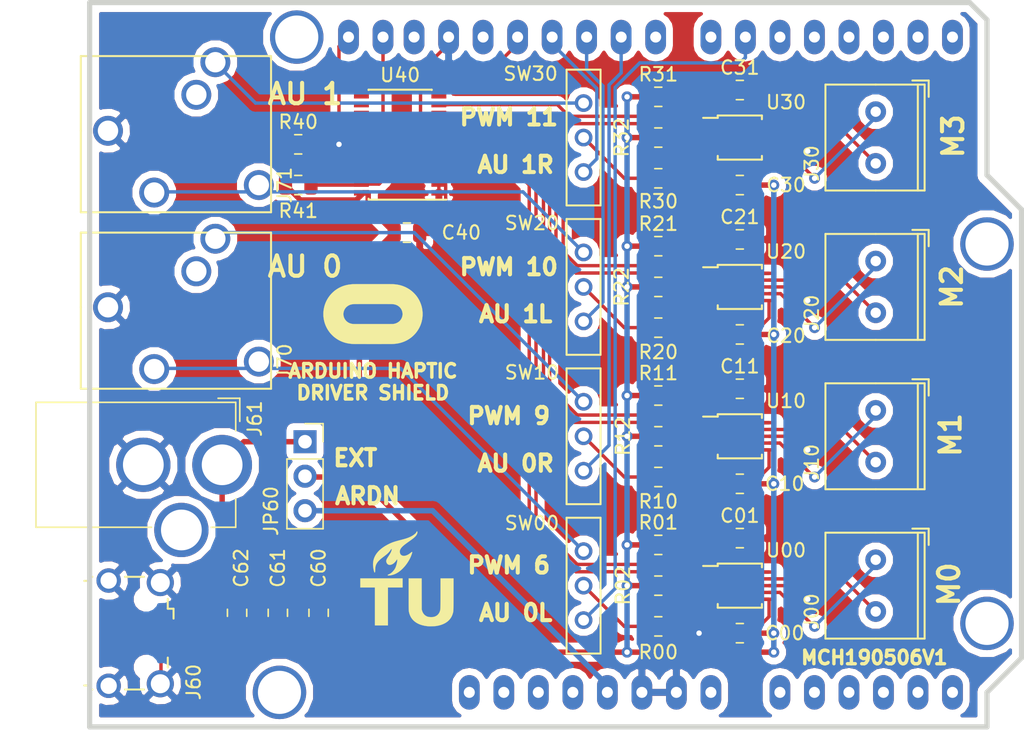
<source format=kicad_pcb>
(kicad_pcb (version 20171130) (host pcbnew "(5.0.1-3-g963ef8bb5)")
  (layers (0 F.Cu signal) (31 B.Cu signal) (34 B.Paste user) (35 F.Paste user) (36 B.SilkS user) (37 F.SilkS user) (38 B.Mask user) (39 F.Mask user) (44 Edge.Cuts user))
  (net 0 "")
  (net 1 VDD)
  (net 2 GND)
  (net 3 "Net-(C01-Pad1)")
  (net 4 "Net-(C11-Pad1)")
  (net 5 "Net-(C21-Pad1)")
  (net 6 "Net-(C31-Pad1)")
  (net 7 "Net-(C60-Pad1)")
  (net 8 "Net-(J00-Pad1)")
  (net 9 "Net-(J00-Pad2)")
  (net 10 "Net-(J10-Pad2)")
  (net 11 "Net-(J10-Pad1)")
  (net 12 "Net-(J20-Pad2)")
  (net 13 "Net-(J20-Pad1)")
  (net 14 "Net-(J30-Pad1)")
  (net 15 "Net-(J30-Pad2)")
  (net 16 "Net-(J60-Pad2)")
  (net 17 "Net-(J60-Pad3)")
  (net 18 "Net-(J60-Pad4)")
  (net 19 AUDIO0-R)
  (net 20 AUDIO0-L)
  (net 21 AUDIO1-L)
  (net 22 AUDIO1-R)
  (net 23 5V)
  (net 24 "Net-(R00-Pad1)")
  (net 25 "Net-(R00-Pad2)")
  (net 26 SC0)
  (net 27 SD0)
  (net 28 "Net-(R10-Pad1)")
  (net 29 "Net-(R10-Pad2)")
  (net 30 SC1)
  (net 31 SD2)
  (net 32 "Net-(R20-Pad2)")
  (net 33 "Net-(R20-Pad1)")
  (net 34 SC2)
  (net 35 "Net-(R30-Pad2)")
  (net 36 "Net-(R30-Pad1)")
  (net 37 SC3)
  (net 38 SD3)
  (net 39 SCL)
  (net 40 SDA)
  (net 41 "Net-(SHIELD00-PadAD5)")
  (net 42 "Net-(SHIELD00-PadAD4)")
  (net 43 "Net-(SHIELD00-PadAD3)")
  (net 44 "Net-(SHIELD00-PadAD0)")
  (net 45 "Net-(SHIELD00-PadAD1)")
  (net 46 "Net-(SHIELD00-PadAD2)")
  (net 47 "Net-(SHIELD00-PadV_IN)")
  (net 48 "Net-(SHIELD00-Pad3V3)")
  (net 49 "Net-(SHIELD00-PadRST)")
  (net 50 "Net-(SHIELD00-Pad0)")
  (net 51 "Net-(SHIELD00-Pad1)")
  (net 52 "Net-(SHIELD00-Pad3)")
  (net 53 "Net-(SHIELD00-Pad4)")
  (net 54 "Net-(SHIELD00-Pad5)")
  (net 55 IO6)
  (net 56 "Net-(SHIELD00-Pad7)")
  (net 57 "Net-(SHIELD00-Pad8)")
  (net 58 IO9)
  (net 59 IO10)
  (net 60 IO11)
  (net 61 "Net-(SHIELD00-Pad13)")
  (net 62 "Net-(SHIELD00-PadAREF)")
  (net 63 "Net-(SHIELD00-PadIOREF)")
  (net 64 "Net-(SHIELD00-PadNC)")
  (net 65 "Net-(U40-Pad13)")
  (net 66 "Net-(U40-Pad14)")
  (net 67 "Net-(U40-Pad15)")
  (net 68 "Net-(U40-Pad16)")
  (net 69 "Net-(U40-Pad17)")
  (net 70 "Net-(U40-Pad18)")
  (net 71 "Net-(U40-Pad19)")
  (net 72 "Net-(U40-Pad20)")
  (net 73 SD1)
  (net 74 IO12)
  (net 75 "Net-(SHIELD00-Pad2)")
  (module "_connectors:Lumberg 1503 17" (layer F.Cu) (at 88.5 96 90)
    (fp_text reference J71 (at -4 15 90) (layer F.SilkS))
    (fp_text value AudioJack3_Ground)
    (pad R_S thru_hole circle (at 2.65 8.5 90) (size 2.2 2.2) (drill 1.5) (layers *.Cu *.Mask))
    (pad T_S thru_hole circle (at -4 13.1 90) (size 2.2 2.2) (drill 1.5) (layers *.Cu *.Mask))
    (pad R thru_hole circle (at 5.05 9.9 90) (size 2.2 2.2) (drill 1.5) (layers *.Cu *.Mask) (net 22 AUDIO1-R))
    (pad T thru_hole circle (at -4.55 5.4 90) (size 2.2 2.2) (drill 1.5) (layers *.Cu *.Mask) (net 21 AUDIO1-L))
    (pad S thru_hole circle (at 0 2 90) (size 2.2 2.2) (drill 1.5) (layers *.Cu *.Mask) (net 2 GND))
  )
  (module "_connectors:Lumberg 1503 17" (layer F.Cu) (at 88.5 109 90)
    (fp_text reference J70 (at -4 15 90) (layer F.SilkS))
    (fp_text value AudioJack3_Ground)
    (pad R_S thru_hole circle (at 2.65 8.5 90) (size 2.2 2.2) (drill 1.5) (layers *.Cu *.Mask))
    (pad T_S thru_hole circle (at -4 13.1 90) (size 2.2 2.2) (drill 1.5) (layers *.Cu *.Mask))
    (pad R thru_hole circle (at 5.05 9.9 90) (size 2.2 2.2) (drill 1.5) (layers *.Cu *.Mask) (net 19 AUDIO0-R))
    (pad T thru_hole circle (at -4.55 5.4 90) (size 2.2 2.2) (drill 1.5) (layers *.Cu *.Mask) (net 20 AUDIO0-L))
    (pad S thru_hole circle (at 0 2 90) (size 2.2 2.2) (drill 1.5) (layers *.Cu *.Mask) (net 2 GND))
  )
  (module _arduino_shield:ARDUINO_SHIELD (layer F.Cu) (at 89.15 139.9)
    (fp_text reference SHIELD00 hide)
    (fp_text value ARDUINO_SHIELD hide)
    (fp_line (start 66.04 -2.54) (end 66.04 0) (layer Edge.Cuts) (width 0.381))
    (fp_line (start 68.58 -5.08) (end 66.04 -2.54) (layer Edge.Cuts) (width 0.381))
    (fp_line (start 68.58 -38.1) (end 68.58 -5.08) (layer Edge.Cuts) (width 0.381))
    (fp_line (start 66.04 -40.64) (end 68.58 -38.1) (layer Edge.Cuts) (width 0.381))
    (fp_line (start 0 0) (end 0 -53.34) (layer Edge.Cuts) (width 0.381))
    (fp_line (start 66.04 0) (end 0 0) (layer Edge.Cuts) (width 0.381))
    (fp_line (start 64.77 -53.34) (end 0 -53.34) (layer Edge.Cuts) (width 0.381))
    (fp_line (start 66.04 -52.07) (end 64.77 -53.34) (layer Edge.Cuts) (width 0.381))
    (fp_line (start 66.04 -40.64) (end 66.04 -52.07) (layer Edge.Cuts) (width 0.381))
    (pad NC thru_hole oval (at 27.94 -2.54 90) (size 2.54 1.524) (drill 0.8128) (layers *.Cu *.Mask) (net 64 "Net-(SHIELD00-PadNC)"))
    (pad IOREF thru_hole oval (at 30.48 -2.54 90) (size 2.54 1.524) (drill 0.8128) (layers *.Cu *.Mask) (net 63 "Net-(SHIELD00-PadIOREF)"))
    (pad SCL thru_hole oval (at 19.05 -50.8 90) (size 2.54 1.524) (drill 0.8128) (layers *.Cu *.Mask) (net 39 SCL))
    (pad SDA thru_hole oval (at 21.59 -50.8 90) (size 2.54 1.524) (drill 0.8128) (layers *.Cu *.Mask) (net 40 SDA))
    (pad "" thru_hole circle (at 13.97 -2.54 90) (size 3.937 3.937) (drill 3.175) (layers *.Cu *.Mask))
    (pad "" thru_hole circle (at 15.24 -50.8 90) (size 3.937 3.937) (drill 3.175) (layers *.Cu *.Mask))
    (pad "" thru_hole circle (at 66.04 -35.56 90) (size 3.937 3.937) (drill 3.175) (layers *.Cu *.Mask))
    (pad "" thru_hole circle (at 66.04 -7.62 90) (size 3.937 3.937) (drill 3.175) (layers *.Cu *.Mask))
    (pad 5V thru_hole oval (at 38.1 -2.54 90) (size 2.54 1.524) (drill 0.8128) (layers *.Cu *.Mask) (net 23 5V))
    (pad AREF thru_hole oval (at 23.876 -50.8 90) (size 2.54 1.524) (drill 0.8128) (layers *.Cu *.Mask) (net 62 "Net-(SHIELD00-PadAREF)"))
    (pad GND3 thru_hole oval (at 26.416 -50.8 90) (size 2.54 1.524) (drill 0.8128) (layers *.Cu *.Mask) (net 2 GND))
    (pad 13 thru_hole oval (at 28.956 -50.8 90) (size 2.54 1.524) (drill 0.8128) (layers *.Cu *.Mask) (net 61 "Net-(SHIELD00-Pad13)"))
    (pad 12 thru_hole oval (at 31.496 -50.8 90) (size 2.54 1.524) (drill 0.8128) (layers *.Cu *.Mask) (net 74 IO12))
    (pad 11 thru_hole oval (at 34.036 -50.8 90) (size 2.54 1.524) (drill 0.8128) (layers *.Cu *.Mask) (net 60 IO11))
    (pad 10 thru_hole oval (at 36.576 -50.8 90) (size 2.54 1.524) (drill 0.8128) (layers *.Cu *.Mask) (net 59 IO10))
    (pad 9 thru_hole oval (at 39.116 -50.8 90) (size 2.54 1.524) (drill 0.8128) (layers *.Cu *.Mask) (net 58 IO9))
    (pad ee thru_hole oval (at 41.656 -50.8 90) (size 2.54 1.524) (drill 0.8128) (layers *.Cu *.Mask) (net 57 "Net-(SHIELD00-Pad8)"))
    (pad 7 thru_hole oval (at 45.72 -50.8 90) (size 2.54 1.524) (drill 0.8128) (layers *.Cu *.Mask) (net 56 "Net-(SHIELD00-Pad7)"))
    (pad 6 thru_hole oval (at 48.26 -50.8 90) (size 2.54 1.524) (drill 0.8128) (layers *.Cu *.Mask) (net 55 IO6))
    (pad 5 thru_hole oval (at 50.8 -50.8 90) (size 2.54 1.524) (drill 0.8128) (layers *.Cu *.Mask) (net 54 "Net-(SHIELD00-Pad5)"))
    (pad 4 thru_hole oval (at 53.34 -50.8 90) (size 2.54 1.524) (drill 0.8128) (layers *.Cu *.Mask) (net 53 "Net-(SHIELD00-Pad4)"))
    (pad 3 thru_hole oval (at 55.88 -50.8 90) (size 2.54 1.524) (drill 0.8128) (layers *.Cu *.Mask) (net 52 "Net-(SHIELD00-Pad3)"))
    (pad 2 thru_hole oval (at 58.42 -50.8 90) (size 2.54 1.524) (drill 0.8128) (layers *.Cu *.Mask) (net 75 "Net-(SHIELD00-Pad2)"))
    (pad 1 thru_hole oval (at 60.96 -50.8 90) (size 2.54 1.524) (drill 0.8128) (layers *.Cu *.Mask) (net 51 "Net-(SHIELD00-Pad1)"))
    (pad 0 thru_hole oval (at 63.5 -50.8 90) (size 2.54 1.524) (drill 0.8128) (layers *.Cu *.Mask) (net 50 "Net-(SHIELD00-Pad0)"))
    (pad RST thru_hole oval (at 33.02 -2.54 90) (size 2.54 1.524) (drill 0.8128) (layers *.Cu *.Mask) (net 49 "Net-(SHIELD00-PadRST)"))
    (pad 3V3 thru_hole oval (at 35.56 -2.54 90) (size 2.54 1.524) (drill 0.8128) (layers *.Cu *.Mask) (net 48 "Net-(SHIELD00-Pad3V3)"))
    (pad GND1 thru_hole oval (at 40.64 -2.54 90) (size 2.54 1.524) (drill 0.8128) (layers *.Cu *.Mask) (net 2 GND))
    (pad GND2 thru_hole oval (at 43.18 -2.54 90) (size 2.54 1.524) (drill 0.8128) (layers *.Cu *.Mask) (net 2 GND))
    (pad V_IN thru_hole oval (at 45.72 -2.54 90) (size 2.54 1.524) (drill 0.8128) (layers *.Cu *.Mask) (net 47 "Net-(SHIELD00-PadV_IN)"))
    (pad AD2 thru_hole oval (at 55.88 -2.54 90) (size 2.54 1.524) (drill 0.8128) (layers *.Cu *.Mask) (net 46 "Net-(SHIELD00-PadAD2)"))
    (pad AD1 thru_hole oval (at 53.34 -2.54 90) (size 2.54 1.524) (drill 0.8128) (layers *.Cu *.Mask) (net 45 "Net-(SHIELD00-PadAD1)"))
    (pad AD0 thru_hole oval (at 50.8 -2.54 90) (size 2.54 1.524) (drill 0.8128) (layers *.Cu *.Mask) (net 44 "Net-(SHIELD00-PadAD0)"))
    (pad AD3 thru_hole oval (at 58.42 -2.54 90) (size 2.54 1.524) (drill 0.8128) (layers *.Cu *.Mask) (net 43 "Net-(SHIELD00-PadAD3)"))
    (pad AD4 thru_hole oval (at 60.96 -2.54 90) (size 2.54 1.524) (drill 0.8128) (layers *.Cu *.Mask) (net 42 "Net-(SHIELD00-PadAD4)"))
    (pad AD5 thru_hole oval (at 63.5 -2.54 90) (size 2.54 1.524) (drill 0.8128) (layers *.Cu *.Mask) (net 41 "Net-(SHIELD00-PadAD5)"))
  )
  (module Capacitor_SMD:C_0805_2012Metric (layer F.Cu) (at 137 133)
    (fp_text reference C00 (at 3.3 0) (layer F.SilkS))
    (fp_text value 1uF)
    (pad 2 smd roundrect (at 0.9375 0) (size 0.975 1.4) (layers F.Cu F.Paste F.Mask) (net 1 VDD))
    (pad 1 smd roundrect (at -0.9375 0) (size 0.975 1.4) (layers F.Cu F.Paste F.Mask) (net 2 GND))
  )
  (module Capacitor_SMD:C_0805_2012Metric (layer F.Cu) (at 137 126)
    (fp_text reference C01 (at 0 -1.65) (layer F.SilkS))
    (fp_text value 1uF)
    (pad 1 smd roundrect (at -0.9375 0) (size 0.975 1.4) (layers F.Cu F.Paste F.Mask) (net 3 "Net-(C01-Pad1)"))
    (pad 2 smd roundrect (at 0.9375 0) (size 0.975 1.4) (layers F.Cu F.Paste F.Mask) (net 2 GND))
  )
  (module Capacitor_SMD:C_0805_2012Metric (layer F.Cu) (at 137 122)
    (fp_text reference C10 (at 3.3 0) (layer F.SilkS))
    (fp_text value 1uF)
    (pad 1 smd roundrect (at -0.9375 0) (size 0.975 1.4) (layers F.Cu F.Paste F.Mask) (net 2 GND))
    (pad 2 smd roundrect (at 0.9375 0) (size 0.975 1.4) (layers F.Cu F.Paste F.Mask) (net 1 VDD))
  )
  (module Capacitor_SMD:C_0805_2012Metric (layer F.Cu) (at 137 115)
    (fp_text reference C11 (at 0 -1.65) (layer F.SilkS))
    (fp_text value 1uF)
    (pad 1 smd roundrect (at -0.9375 0) (size 0.975 1.4) (layers F.Cu F.Paste F.Mask) (net 4 "Net-(C11-Pad1)"))
    (pad 2 smd roundrect (at 0.9375 0) (size 0.975 1.4) (layers F.Cu F.Paste F.Mask) (net 2 GND))
  )
  (module Capacitor_SMD:C_0805_2012Metric (layer F.Cu) (at 137 111)
    (fp_text reference C20 (at 3.4 0.1) (layer F.SilkS))
    (fp_text value 1uF)
    (pad 1 smd roundrect (at -0.9375 0) (size 0.975 1.4) (layers F.Cu F.Paste F.Mask) (net 2 GND))
    (pad 2 smd roundrect (at 0.9375 0) (size 0.975 1.4) (layers F.Cu F.Paste F.Mask) (net 1 VDD))
  )
  (module Capacitor_SMD:C_0805_2012Metric (layer F.Cu) (at 137 104)
    (fp_text reference C21 (at 0 -1.65) (layer F.SilkS))
    (fp_text value 1uF)
    (pad 1 smd roundrect (at -0.9375 0) (size 0.975 1.4) (layers F.Cu F.Paste F.Mask) (net 5 "Net-(C21-Pad1)"))
    (pad 2 smd roundrect (at 0.9375 0) (size 0.975 1.4) (layers F.Cu F.Paste F.Mask) (net 2 GND))
  )
  (module Capacitor_SMD:C_0805_2012Metric (layer F.Cu) (at 137 100)
    (fp_text reference C30 (at 3.4 0) (layer F.SilkS))
    (fp_text value 1uF)
    (pad 2 smd roundrect (at 0.9375 0) (size 0.975 1.4) (layers F.Cu F.Paste F.Mask) (net 1 VDD))
    (pad 1 smd roundrect (at -0.9375 0) (size 0.975 1.4) (layers F.Cu F.Paste F.Mask) (net 2 GND))
  )
  (module Capacitor_SMD:C_0805_2012Metric (layer F.Cu) (at 137 93)
    (fp_text reference C31 (at 0 -1.65) (layer F.SilkS))
    (fp_text value 1uF)
    (pad 2 smd roundrect (at 0.9375 0) (size 0.975 1.4) (layers F.Cu F.Paste F.Mask) (net 2 GND))
    (pad 1 smd roundrect (at -0.9375 0) (size 0.975 1.4) (layers F.Cu F.Paste F.Mask) (net 6 "Net-(C31-Pad1)"))
  )
  (module Capacitor_SMD:C_0805_2012Metric (layer F.Cu) (at 106 131.5 90)
    (fp_text reference C60 (at 3.3 0 90) (layer F.SilkS))
    (fp_text value 100nF)
    (pad 2 smd roundrect (at 0.9375 0 90) (size 0.975 1.4) (layers F.Cu F.Paste F.Mask) (net 2 GND))
    (pad 1 smd roundrect (at -0.9375 0 90) (size 0.975 1.4) (layers F.Cu F.Paste F.Mask) (net 7 "Net-(C60-Pad1)"))
  )
  (module Capacitor_SMD:C_0805_2012Metric (layer F.Cu) (at 103 131.5 90)
    (fp_text reference C61 (at 3.3 0 90) (layer F.SilkS))
    (fp_text value 1uF)
    (pad 1 smd roundrect (at -0.9375 0 90) (size 0.975 1.4) (layers F.Cu F.Paste F.Mask) (net 7 "Net-(C60-Pad1)"))
    (pad 2 smd roundrect (at 0.9375 0 90) (size 0.975 1.4) (layers F.Cu F.Paste F.Mask) (net 2 GND))
  )
  (module Capacitor_SMD:C_0805_2012Metric (layer F.Cu) (at 100 131.5 90)
    (fp_text reference C62 (at 3.3 0.3 90) (layer F.SilkS))
    (fp_text value 10uF)
    (pad 2 smd roundrect (at 0.9375 0 90) (size 0.975 1.4) (layers F.Cu F.Paste F.Mask) (net 2 GND))
    (pad 1 smd roundrect (at -0.9375 0 90) (size 0.975 1.4) (layers F.Cu F.Paste F.Mask) (net 7 "Net-(C60-Pad1)"))
  )
  (module _connectors:Phoenix_MKDS_2P_3.81 (layer F.Cu) (at 147 129.5 90)
    (fp_text reference J00 (at -1.9 -4.7 90) (layer F.SilkS))
    (fp_text value Conn_01x02)
    (pad 1 thru_hole circle (at 1.905 0 90) (size 1.524 1.524) (drill 0.762) (layers *.Cu *.Mask) (net 8 "Net-(J00-Pad1)"))
    (pad 2 thru_hole circle (at -1.905 0 90) (size 1.524 1.524) (drill 0.762) (layers *.Cu *.Mask) (net 9 "Net-(J00-Pad2)"))
  )
  (module _connectors:Phoenix_MKDS_2P_3.81 (layer F.Cu) (at 147 118.5 90)
    (fp_text reference J10 (at -1.9 -4.7 90) (layer F.SilkS))
    (fp_text value Conn_01x02)
    (pad 2 thru_hole circle (at -1.905 0 90) (size 1.524 1.524) (drill 0.762) (layers *.Cu *.Mask) (net 10 "Net-(J10-Pad2)"))
    (pad 1 thru_hole circle (at 1.905 0 90) (size 1.524 1.524) (drill 0.762) (layers *.Cu *.Mask) (net 11 "Net-(J10-Pad1)"))
  )
  (module _connectors:Phoenix_MKDS_2P_3.81 (layer F.Cu) (at 147 107.5 90)
    (fp_text reference J20 (at -1.9 -4.7 90) (layer F.SilkS))
    (fp_text value Conn_01x02)
    (pad 2 thru_hole circle (at -1.905 0 90) (size 1.524 1.524) (drill 0.762) (layers *.Cu *.Mask) (net 12 "Net-(J20-Pad2)"))
    (pad 1 thru_hole circle (at 1.905 0 90) (size 1.524 1.524) (drill 0.762) (layers *.Cu *.Mask) (net 13 "Net-(J20-Pad1)"))
  )
  (module _connectors:Phoenix_MKDS_2P_3.81 (layer F.Cu) (at 147 96.5 90)
    (fp_text reference J30 (at -1.9 -4.7 90) (layer F.SilkS))
    (fp_text value Conn_01x02)
    (pad 1 thru_hole circle (at 1.905 0 90) (size 1.524 1.524) (drill 0.762) (layers *.Cu *.Mask) (net 14 "Net-(J30-Pad1)"))
    (pad 2 thru_hole circle (at -1.905 0 90) (size 1.524 1.524) (drill 0.762) (layers *.Cu *.Mask) (net 15 "Net-(J30-Pad2)"))
  )
  (module Connector_USB:USB_Micro-B_Wuerth_629105150521_CircularHoles (layer F.Cu) (at 92.5 133 270)
    (fp_text reference J60 (at 3.6 -4.3 270) (layer F.SilkS))
    (fp_text value USB_B_Micro)
    (pad 1 smd rect (at -1.3 -1.9 270) (size 0.45 1.3) (layers F.Cu F.Paste F.Mask) (net 7 "Net-(C60-Pad1)"))
    (pad 2 smd rect (at -0.65 -1.9 270) (size 0.45 1.3) (layers F.Cu F.Paste F.Mask) (net 16 "Net-(J60-Pad2)"))
    (pad 3 smd rect (at 0 -1.9 270) (size 0.45 1.3) (layers F.Cu F.Paste F.Mask) (net 17 "Net-(J60-Pad3)"))
    (pad 4 smd rect (at 0.65 -1.9 270) (size 0.45 1.3) (layers F.Cu F.Paste F.Mask) (net 18 "Net-(J60-Pad4)"))
    (pad 5 smd rect (at 1.3 -1.9 270) (size 0.45 1.3) (layers F.Cu F.Paste F.Mask) (net 2 GND))
    (pad 6 thru_hole circle (at -3.725 -1.85 270) (size 2 2) (drill 1.4) (layers *.Cu *.Mask) (net 2 GND))
    (pad 6 thru_hole circle (at 3.725 -1.85 270) (size 2 2) (drill 1.4) (layers *.Cu *.Mask) (net 2 GND))
    (pad 6 thru_hole circle (at -3.875 1.95 270) (size 1.8 1.8) (drill 1.2) (layers *.Cu *.Mask) (net 2 GND))
    (pad 6 thru_hole circle (at 3.875 1.95 270) (size 1.8 1.8) (drill 1.2) (layers *.Cu *.Mask) (net 2 GND))
    (pad "" np_thru_hole circle (at -2.5 -0.8 270) (size 0.8 0.8) (drill 0.8) (layers *.Cu *.Mask))
    (pad "" np_thru_hole circle (at 2.5 -0.8 270) (size 0.8 0.8) (drill 0.8) (layers *.Cu *.Mask))
  )
  (module _connectors:BarrelJack_Wuerth_6941xx301002 (layer F.Cu) (at 98.9 120.6 270)
    (fp_text reference J61 (at -3.4 -2.4 270) (layer F.SilkS))
    (fp_text value Jack-DC)
    (pad 3 thru_hole circle (at 4.8 3) (size 4 4) (drill oval 3) (layers *.Cu *.Mask))
    (pad 2 thru_hole circle (at 0 5.8 270) (size 4 4) (drill oval 3) (layers *.Cu *.Mask) (net 2 GND))
    (pad 1 thru_hole circle (at 0 0 270) (size 4.4 4.4) (drill oval 3) (layers *.Cu *.Mask) (net 7 "Net-(C60-Pad1)"))
  )
  (module Resistor_SMD:R_0805_2012Metric (layer F.Cu) (at 131 132.5)
    (fp_text reference R00 (at 0 1.9) (layer F.SilkS))
    (fp_text value 1K)
    (pad 1 smd roundrect (at -0.9375 0) (size 0.975 1.4) (layers F.Cu F.Paste F.Mask) (net 24 "Net-(R00-Pad1)"))
    (pad 2 smd roundrect (at 0.9375 0) (size 0.975 1.4) (layers F.Cu F.Paste F.Mask) (net 25 "Net-(R00-Pad2)"))
  )
  (module Resistor_SMD:R_0805_2012Metric (layer F.Cu) (at 131 126.5)
    (fp_text reference R01 (at 0 -1.65) (layer F.SilkS))
    (fp_text value 4K7)
    (pad 1 smd roundrect (at -0.9375 0) (size 0.975 1.4) (layers F.Cu F.Paste F.Mask) (net 1 VDD))
    (pad 2 smd roundrect (at 0.9375 0) (size 0.975 1.4) (layers F.Cu F.Paste F.Mask) (net 26 SC0))
  )
  (module Resistor_SMD:R_0805_2012Metric (layer F.Cu) (at 131 129.5)
    (fp_text reference R02 (at -2.6 0 90) (layer F.SilkS))
    (fp_text value 4K7)
    (pad 2 smd roundrect (at 0.9375 0) (size 0.975 1.4) (layers F.Cu F.Paste F.Mask) (net 27 SD0))
    (pad 1 smd roundrect (at -0.9375 0) (size 0.975 1.4) (layers F.Cu F.Paste F.Mask) (net 1 VDD))
  )
  (module Resistor_SMD:R_0805_2012Metric (layer F.Cu) (at 131 121.5)
    (fp_text reference R10 (at 0 1.8) (layer F.SilkS))
    (fp_text value 1K)
    (pad 1 smd roundrect (at -0.9375 0) (size 0.975 1.4) (layers F.Cu F.Paste F.Mask) (net 28 "Net-(R10-Pad1)"))
    (pad 2 smd roundrect (at 0.9375 0) (size 0.975 1.4) (layers F.Cu F.Paste F.Mask) (net 29 "Net-(R10-Pad2)"))
  )
  (module Resistor_SMD:R_0805_2012Metric (layer F.Cu) (at 131 115.5)
    (fp_text reference R11 (at 0 -1.65) (layer F.SilkS))
    (fp_text value 4K7)
    (pad 1 smd roundrect (at -0.9375 0) (size 0.975 1.4) (layers F.Cu F.Paste F.Mask) (net 1 VDD))
    (pad 2 smd roundrect (at 0.9375 0) (size 0.975 1.4) (layers F.Cu F.Paste F.Mask) (net 30 SC1))
  )
  (module Resistor_SMD:R_0805_2012Metric (layer F.Cu) (at 131 118.5)
    (fp_text reference R12 (at -2.6 0 90) (layer F.SilkS))
    (fp_text value 4K7)
    (pad 2 smd roundrect (at 0.9375 0) (size 0.975 1.4) (layers F.Cu F.Paste F.Mask) (net 73 SD1))
    (pad 1 smd roundrect (at -0.9375 0) (size 0.975 1.4) (layers F.Cu F.Paste F.Mask) (net 1 VDD))
  )
  (module Resistor_SMD:R_0805_2012Metric (layer F.Cu) (at 131 110.5)
    (fp_text reference R20 (at 0 1.8 180) (layer F.SilkS))
    (fp_text value 1K)
    (pad 2 smd roundrect (at 0.9375 0) (size 0.975 1.4) (layers F.Cu F.Paste F.Mask) (net 32 "Net-(R20-Pad2)"))
    (pad 1 smd roundrect (at -0.9375 0) (size 0.975 1.4) (layers F.Cu F.Paste F.Mask) (net 33 "Net-(R20-Pad1)"))
  )
  (module Resistor_SMD:R_0805_2012Metric (layer F.Cu) (at 131 104.5)
    (fp_text reference R21 (at 0 -1.65) (layer F.SilkS))
    (fp_text value 4K7)
    (pad 2 smd roundrect (at 0.9375 0) (size 0.975 1.4) (layers F.Cu F.Paste F.Mask) (net 34 SC2))
    (pad 1 smd roundrect (at -0.9375 0) (size 0.975 1.4) (layers F.Cu F.Paste F.Mask) (net 1 VDD))
  )
  (module Resistor_SMD:R_0805_2012Metric (layer F.Cu) (at 131 107.5)
    (fp_text reference R22 (at -2.7 0 90) (layer F.SilkS))
    (fp_text value 4K7)
    (pad 1 smd roundrect (at -0.9375 0) (size 0.975 1.4) (layers F.Cu F.Paste F.Mask) (net 1 VDD))
    (pad 2 smd roundrect (at 0.9375 0) (size 0.975 1.4) (layers F.Cu F.Paste F.Mask) (net 31 SD2))
  )
  (module Resistor_SMD:R_0805_2012Metric (layer F.Cu) (at 131 99.5)
    (fp_text reference R30 (at 0 1.7) (layer F.SilkS))
    (fp_text value 1K)
    (pad 2 smd roundrect (at 0.9375 0) (size 0.975 1.4) (layers F.Cu F.Paste F.Mask) (net 35 "Net-(R30-Pad2)"))
    (pad 1 smd roundrect (at -0.9375 0) (size 0.975 1.4) (layers F.Cu F.Paste F.Mask) (net 36 "Net-(R30-Pad1)"))
  )
  (module Resistor_SMD:R_0805_2012Metric (layer F.Cu) (at 131 93.5)
    (fp_text reference R31 (at 0 -1.65) (layer F.SilkS))
    (fp_text value 4K7)
    (pad 2 smd roundrect (at 0.9375 0) (size 0.975 1.4) (layers F.Cu F.Paste F.Mask) (net 37 SC3))
    (pad 1 smd roundrect (at -0.9375 0) (size 0.975 1.4) (layers F.Cu F.Paste F.Mask) (net 1 VDD))
  )
  (module Resistor_SMD:R_0805_2012Metric (layer F.Cu) (at 131 96.5)
    (fp_text reference R32 (at -2.7 0 90) (layer F.SilkS))
    (fp_text value 4K7)
    (pad 1 smd roundrect (at -0.9375 0) (size 0.975 1.4) (layers F.Cu F.Paste F.Mask) (net 1 VDD))
    (pad 2 smd roundrect (at 0.9375 0) (size 0.975 1.4) (layers F.Cu F.Paste F.Mask) (net 38 SD3))
  )
  (module Resistor_SMD:R_0805_2012Metric (layer F.Cu) (at 104.5 97)
    (fp_text reference R40 (at 0 -1.65) (layer F.SilkS))
    (fp_text value 4K7)
    (pad 1 smd roundrect (at -0.9375 0) (size 0.975 1.4) (layers F.Cu F.Paste F.Mask) (net 1 VDD))
    (pad 2 smd roundrect (at 0.9375 0) (size 0.975 1.4) (layers F.Cu F.Paste F.Mask) (net 39 SCL))
  )
  (module Resistor_SMD:R_0805_2012Metric (layer F.Cu) (at 104.5 100)
    (fp_text reference R41 (at 0 1.9) (layer F.SilkS))
    (fp_text value 4K7)
    (pad 2 smd roundrect (at 0.9375 0) (size 0.975 1.4) (layers F.Cu F.Paste F.Mask) (net 40 SDA))
    (pad 1 smd roundrect (at -0.9375 0) (size 0.975 1.4) (layers F.Cu F.Paste F.Mask) (net 1 VDD))
  )
  (module Package_SO:TSSOP-10_3x3mm_P0.5mm (layer F.Cu) (at 137 129.5)
    (fp_text reference U00 (at 3.4 -2.6) (layer F.SilkS))
    (fp_text value DRV2605L)
    (pad 10 smd rect (at 2.15 -1) (size 1.1 0.25) (layers F.Cu F.Paste F.Mask) (net 1 VDD))
    (pad 9 smd rect (at 2.15 -0.5) (size 1.1 0.25) (layers F.Cu F.Paste F.Mask) (net 9 "Net-(J00-Pad2)"))
    (pad 8 smd rect (at 2.15 0) (size 1.1 0.25) (layers F.Cu F.Paste F.Mask) (net 2 GND))
    (pad 7 smd rect (at 2.15 0.5) (size 1.1 0.25) (layers F.Cu F.Paste F.Mask) (net 8 "Net-(J00-Pad1)"))
    (pad 6 smd rect (at 2.15 1) (size 1.1 0.25) (layers F.Cu F.Paste F.Mask) (net 1 VDD))
    (pad 5 smd rect (at -2.15 1) (size 1.1 0.25) (layers F.Cu F.Paste F.Mask) (net 1 VDD))
    (pad 4 smd rect (at -2.15 0.5) (size 1.1 0.25) (layers F.Cu F.Paste F.Mask) (net 25 "Net-(R00-Pad2)"))
    (pad 3 smd rect (at -2.15 0) (size 1.1 0.25) (layers F.Cu F.Paste F.Mask) (net 27 SD0))
    (pad 2 smd rect (at -2.15 -0.5) (size 1.1 0.25) (layers F.Cu F.Paste F.Mask) (net 26 SC0))
    (pad 1 smd rect (at -2.15 -1) (size 1.1 0.25) (layers F.Cu F.Paste F.Mask) (net 3 "Net-(C01-Pad1)"))
  )
  (module Package_SO:TSSOP-10_3x3mm_P0.5mm (layer F.Cu) (at 137 118.5)
    (fp_text reference U10 (at 3.4 -2.6) (layer F.SilkS))
    (fp_text value DRV2605L)
    (pad 1 smd rect (at -2.15 -1) (size 1.1 0.25) (layers F.Cu F.Paste F.Mask) (net 4 "Net-(C11-Pad1)"))
    (pad 2 smd rect (at -2.15 -0.5) (size 1.1 0.25) (layers F.Cu F.Paste F.Mask) (net 30 SC1))
    (pad 3 smd rect (at -2.15 0) (size 1.1 0.25) (layers F.Cu F.Paste F.Mask) (net 73 SD1))
    (pad 4 smd rect (at -2.15 0.5) (size 1.1 0.25) (layers F.Cu F.Paste F.Mask) (net 29 "Net-(R10-Pad2)"))
    (pad 5 smd rect (at -2.15 1) (size 1.1 0.25) (layers F.Cu F.Paste F.Mask) (net 1 VDD))
    (pad 6 smd rect (at 2.15 1) (size 1.1 0.25) (layers F.Cu F.Paste F.Mask) (net 1 VDD))
    (pad 7 smd rect (at 2.15 0.5) (size 1.1 0.25) (layers F.Cu F.Paste F.Mask) (net 11 "Net-(J10-Pad1)"))
    (pad 8 smd rect (at 2.15 0) (size 1.1 0.25) (layers F.Cu F.Paste F.Mask) (net 2 GND))
    (pad 9 smd rect (at 2.15 -0.5) (size 1.1 0.25) (layers F.Cu F.Paste F.Mask) (net 10 "Net-(J10-Pad2)"))
    (pad 10 smd rect (at 2.15 -1) (size 1.1 0.25) (layers F.Cu F.Paste F.Mask) (net 1 VDD))
  )
  (module Package_SO:TSSOP-10_3x3mm_P0.5mm (layer F.Cu) (at 137 107.5)
    (fp_text reference U20 (at 3.4 -2.6) (layer F.SilkS))
    (fp_text value DRV2605L)
    (pad 1 smd rect (at -2.15 -1) (size 1.1 0.25) (layers F.Cu F.Paste F.Mask) (net 5 "Net-(C21-Pad1)"))
    (pad 2 smd rect (at -2.15 -0.5) (size 1.1 0.25) (layers F.Cu F.Paste F.Mask) (net 34 SC2))
    (pad 3 smd rect (at -2.15 0) (size 1.1 0.25) (layers F.Cu F.Paste F.Mask) (net 31 SD2))
    (pad 4 smd rect (at -2.15 0.5) (size 1.1 0.25) (layers F.Cu F.Paste F.Mask) (net 32 "Net-(R20-Pad2)"))
    (pad 5 smd rect (at -2.15 1) (size 1.1 0.25) (layers F.Cu F.Paste F.Mask) (net 1 VDD))
    (pad 6 smd rect (at 2.15 1) (size 1.1 0.25) (layers F.Cu F.Paste F.Mask) (net 1 VDD))
    (pad 7 smd rect (at 2.15 0.5) (size 1.1 0.25) (layers F.Cu F.Paste F.Mask) (net 13 "Net-(J20-Pad1)"))
    (pad 8 smd rect (at 2.15 0) (size 1.1 0.25) (layers F.Cu F.Paste F.Mask) (net 2 GND))
    (pad 9 smd rect (at 2.15 -0.5) (size 1.1 0.25) (layers F.Cu F.Paste F.Mask) (net 12 "Net-(J20-Pad2)"))
    (pad 10 smd rect (at 2.15 -1) (size 1.1 0.25) (layers F.Cu F.Paste F.Mask) (net 1 VDD))
  )
  (module Package_SO:TSSOP-10_3x3mm_P0.5mm (layer F.Cu) (at 137 96.5)
    (fp_text reference U30 (at 3.4 -2.6) (layer F.SilkS))
    (fp_text value DRV2605L)
    (pad 10 smd rect (at 2.15 -1) (size 1.1 0.25) (layers F.Cu F.Paste F.Mask) (net 1 VDD))
    (pad 9 smd rect (at 2.15 -0.5) (size 1.1 0.25) (layers F.Cu F.Paste F.Mask) (net 15 "Net-(J30-Pad2)"))
    (pad 8 smd rect (at 2.15 0) (size 1.1 0.25) (layers F.Cu F.Paste F.Mask) (net 2 GND))
    (pad 7 smd rect (at 2.15 0.5) (size 1.1 0.25) (layers F.Cu F.Paste F.Mask) (net 14 "Net-(J30-Pad1)"))
    (pad 6 smd rect (at 2.15 1) (size 1.1 0.25) (layers F.Cu F.Paste F.Mask) (net 1 VDD))
    (pad 5 smd rect (at -2.15 1) (size 1.1 0.25) (layers F.Cu F.Paste F.Mask) (net 1 VDD))
    (pad 4 smd rect (at -2.15 0.5) (size 1.1 0.25) (layers F.Cu F.Paste F.Mask) (net 35 "Net-(R30-Pad2)"))
    (pad 3 smd rect (at -2.15 0) (size 1.1 0.25) (layers F.Cu F.Paste F.Mask) (net 38 SD3))
    (pad 2 smd rect (at -2.15 -0.5) (size 1.1 0.25) (layers F.Cu F.Paste F.Mask) (net 37 SC3))
    (pad 1 smd rect (at -2.15 -1) (size 1.1 0.25) (layers F.Cu F.Paste F.Mask) (net 6 "Net-(C31-Pad1)"))
  )
  (module Package_SO:TSSOP-24_4.4x7.8mm_P0.65mm (layer F.Cu) (at 112 97 180)
    (fp_text reference U40 (at 0 5.1 180) (layer F.SilkS))
    (fp_text value TCA9548APWR)
    (pad 1 smd rect (at -2.85 -3.575 180) (size 1.1 0.4) (layers F.Cu F.Paste F.Mask) (net 2 GND))
    (pad 2 smd rect (at -2.85 -2.925 180) (size 1.1 0.4) (layers F.Cu F.Paste F.Mask) (net 2 GND))
    (pad 3 smd rect (at -2.85 -2.275 180) (size 1.1 0.4) (layers F.Cu F.Paste F.Mask) (net 74 IO12))
    (pad 4 smd rect (at -2.85 -1.625 180) (size 1.1 0.4) (layers F.Cu F.Paste F.Mask) (net 27 SD0))
    (pad 5 smd rect (at -2.85 -0.975 180) (size 1.1 0.4) (layers F.Cu F.Paste F.Mask) (net 26 SC0))
    (pad 6 smd rect (at -2.85 -0.325 180) (size 1.1 0.4) (layers F.Cu F.Paste F.Mask) (net 73 SD1))
    (pad 7 smd rect (at -2.85 0.325 180) (size 1.1 0.4) (layers F.Cu F.Paste F.Mask) (net 30 SC1))
    (pad 8 smd rect (at -2.85 0.975 180) (size 1.1 0.4) (layers F.Cu F.Paste F.Mask) (net 31 SD2))
    (pad 9 smd rect (at -2.85 1.625 180) (size 1.1 0.4) (layers F.Cu F.Paste F.Mask) (net 34 SC2))
    (pad 10 smd rect (at -2.85 2.275 180) (size 1.1 0.4) (layers F.Cu F.Paste F.Mask) (net 38 SD3))
    (pad 11 smd rect (at -2.85 2.925 180) (size 1.1 0.4) (layers F.Cu F.Paste F.Mask) (net 37 SC3))
    (pad 12 smd rect (at -2.85 3.575 180) (size 1.1 0.4) (layers F.Cu F.Paste F.Mask) (net 2 GND))
    (pad 13 smd rect (at 2.85 3.575 180) (size 1.1 0.4) (layers F.Cu F.Paste F.Mask) (net 65 "Net-(U40-Pad13)"))
    (pad 14 smd rect (at 2.85 2.925 180) (size 1.1 0.4) (layers F.Cu F.Paste F.Mask) (net 66 "Net-(U40-Pad14)"))
    (pad 15 smd rect (at 2.85 2.275 180) (size 1.1 0.4) (layers F.Cu F.Paste F.Mask) (net 67 "Net-(U40-Pad15)"))
    (pad 16 smd rect (at 2.85 1.625 180) (size 1.1 0.4) (layers F.Cu F.Paste F.Mask) (net 68 "Net-(U40-Pad16)"))
    (pad 17 smd rect (at 2.85 0.975 180) (size 1.1 0.4) (layers F.Cu F.Paste F.Mask) (net 69 "Net-(U40-Pad17)"))
    (pad 18 smd rect (at 2.85 0.325 180) (size 1.1 0.4) (layers F.Cu F.Paste F.Mask) (net 70 "Net-(U40-Pad18)"))
    (pad 19 smd rect (at 2.85 -0.325 180) (size 1.1 0.4) (layers F.Cu F.Paste F.Mask) (net 71 "Net-(U40-Pad19)"))
    (pad 20 smd rect (at 2.85 -0.975 180) (size 1.1 0.4) (layers F.Cu F.Paste F.Mask) (net 72 "Net-(U40-Pad20)"))
    (pad 21 smd rect (at 2.85 -1.625 180) (size 1.1 0.4) (layers F.Cu F.Paste F.Mask) (net 2 GND))
    (pad 22 smd rect (at 2.85 -2.275 180) (size 1.1 0.4) (layers F.Cu F.Paste F.Mask) (net 39 SCL))
    (pad 23 smd rect (at 2.85 -2.925 180) (size 1.1 0.4) (layers F.Cu F.Paste F.Mask) (net 40 SDA))
    (pad 24 smd rect (at 2.85 -3.575 180) (size 1.1 0.4) (layers F.Cu F.Paste F.Mask) (net 1 VDD))
  )
  (module _switch:WUERTH-450301014042-ND (layer F.Cu) (at 125.5 129.5 90)
    (fp_text reference SW00 (at 4.6 -3.8 180) (layer F.SilkS))
    (fp_text value 450301014042)
    (pad 1 thru_hole circle (at 0 0 90) (size 1.3 1.3) (drill 0.8) (layers *.Cu *.Mask) (net 24 "Net-(R00-Pad1)"))
    (pad 2 thru_hole circle (at -2.54 0 90) (size 1.3 1.3) (drill 0.8) (layers *.Cu *.Mask) (net 55 IO6))
    (pad 3 thru_hole circle (at 2.54 0 90) (size 1.3 1.3) (drill 0.8) (layers *.Cu *.Mask) (net 20 AUDIO0-L))
  )
  (module _switch:WUERTH-450301014042-ND (layer F.Cu) (at 125.5 118.5 90)
    (fp_text reference SW10 (at 4.7 -3.8 180) (layer F.SilkS))
    (fp_text value 450301014042)
    (pad 3 thru_hole circle (at 2.54 0 90) (size 1.3 1.3) (drill 0.8) (layers *.Cu *.Mask) (net 19 AUDIO0-R))
    (pad 2 thru_hole circle (at -2.54 0 90) (size 1.3 1.3) (drill 0.8) (layers *.Cu *.Mask) (net 58 IO9))
    (pad 1 thru_hole circle (at 0 0 90) (size 1.3 1.3) (drill 0.8) (layers *.Cu *.Mask) (net 28 "Net-(R10-Pad1)"))
  )
  (module _switch:WUERTH-450301014042-ND (layer F.Cu) (at 125.5 107.5 90)
    (fp_text reference SW20 (at 4.7 -3.8 180) (layer F.SilkS))
    (fp_text value 450301014042)
    (pad 1 thru_hole circle (at 0 0 90) (size 1.3 1.3) (drill 0.8) (layers *.Cu *.Mask) (net 33 "Net-(R20-Pad1)"))
    (pad 2 thru_hole circle (at -2.54 0 90) (size 1.3 1.3) (drill 0.8) (layers *.Cu *.Mask) (net 59 IO10))
    (pad 3 thru_hole circle (at 2.54 0 90) (size 1.3 1.3) (drill 0.8) (layers *.Cu *.Mask) (net 21 AUDIO1-L))
  )
  (module _switch:WUERTH-450301014042-ND (layer F.Cu) (at 125.5 96.5 90)
    (fp_text reference SW30 (at 4.7 -3.9 180) (layer F.SilkS))
    (fp_text value 450301014042)
    (pad 3 thru_hole circle (at 2.54 0 90) (size 1.3 1.3) (drill 0.8) (layers *.Cu *.Mask) (net 22 AUDIO1-R))
    (pad 2 thru_hole circle (at -2.54 0 90) (size 1.3 1.3) (drill 0.8) (layers *.Cu *.Mask) (net 60 IO11))
    (pad 1 thru_hole circle (at 0 0 90) (size 1.3 1.3) (drill 0.8) (layers *.Cu *.Mask) (net 36 "Net-(R30-Pad1)"))
  )
  (module Capacitor_SMD:C_0805_2012Metric (layer F.Cu) (at 112.5 103.5)
    (fp_text reference C40 (at 4 0) (layer F.SilkS))
    (fp_text value 100nF)
    (pad 1 smd roundrect (at -0.9375 0) (size 0.975 1.4) (layers F.Cu F.Paste F.Mask) (net 1 VDD))
    (pad 2 smd roundrect (at 0.9375 0) (size 0.975 1.4) (layers F.Cu F.Paste F.Mask) (net 2 GND))
  )
  (module Connector_PinSocket_2.54mm:PinSocket_1x03_P2.54mm_Vertical (layer F.Cu) (at 105 118.9)
    (fp_text reference JP60 (at -2.5 5.1 90) (layer F.SilkS))
    (fp_text value Jumper_NC_Dual)
    (pad 1 thru_hole rect (at 0 0) (size 1.7 1.7) (drill 1) (layers *.Cu *.Mask) (net 7 "Net-(C60-Pad1)"))
    (pad 2 thru_hole oval (at 0 2.54) (size 1.7 1.7) (drill 1) (layers *.Cu *.Mask) (net 1 VDD))
    (pad 3 thru_hole oval (at 0 5.08) (size 1.7 1.7) (drill 1) (layers *.Cu *.Mask) (net 23 5V))
  )
  (module _logo:TU_6.9x7 (layer F.Cu) (at 112.5 129)
    (fp_text reference G*** hide)
    (fp_text value LOGO hide)
  )
  (module _logo:Oculus_7.3x4.4 (layer F.Cu) (at 110 109.5)
    (fp_text reference G*** hide)
    (fp_text value LOGO hide)
  )
  (gr_text "ARDUINO HAPTIC\nDRIVER SHIELD" (at 110 114.5) (layer F.SilkS) (effects (font (size 1 1) (thickness 0.25))))
  (gr_text MCH190506V1 (at 146.9 134.8) (layer F.SilkS) (effects (font (size 1 1) (thickness 0.25))))
  (gr_text M3 (at 152.7 96.4 90) (layer F.SilkS) (effects (font (size 1.5 1.5) (thickness 0.3))))
  (gr_text M2 (at 152.6 107.5 90) (layer F.SilkS) (effects (font (size 1.5 1.5) (thickness 0.3))))
  (gr_text M1 (at 152.5 118.4 90) (layer F.SilkS) (effects (font (size 1.5 1.5) (thickness 0.3))))
  (gr_text M0 (at 152.4 129.4 90) (layer F.SilkS) (effects (font (size 1.5 1.5) (thickness 0.3))))
  (gr_text ARDN (at 109.6 122.9) (layer F.SilkS) (effects (font (size 1.2 1.2) (thickness 0.3))))
  (gr_text EXT (at 108.7 120.1) (layer F.SilkS) (effects (font (size 1.2 1.2) (thickness 0.3))))
  (gr_text "PWM 6\n" (at 120 128) (layer F.SilkS) (effects (font (size 1.2 1.2) (thickness 0.3))))
  (gr_text "PWM 9\n" (at 120 117) (layer F.SilkS) (effects (font (size 1.2 1.2) (thickness 0.3))))
  (gr_text "PWM 10\n\n" (at 120 107) (layer F.SilkS) (effects (font (size 1.2 1.2) (thickness 0.3))))
  (gr_text "AU 0L\n" (at 120.5 131.5) (layer F.SilkS) (effects (font (size 1.2 1.2) (thickness 0.3))))
  (gr_text "AU 0R" (at 120.5 120.5) (layer F.SilkS) (effects (font (size 1.2 1.2) (thickness 0.3))))
  (gr_text "AU 1L" (at 120.5 109.5) (layer F.SilkS) (effects (font (size 1.2 1.2) (thickness 0.3))))
  (gr_text "AU 1\n\n" (at 105 94.5) (layer F.SilkS) (effects (font (size 1.5 1.5) (thickness 0.3))))
  (gr_text "AU 0\n" (at 105 106) (layer F.SilkS) (effects (font (size 1.5 1.5) (thickness 0.3))))
  (gr_text "PWM 11\n" (at 120 95) (layer F.SilkS) (effects (font (size 1.2 1.2) (thickness 0.3))))
  (gr_text "AU 1R" (at 120.5 98.5) (layer F.SilkS) (effects (font (size 1.2 1.2) (thickness 0.3))))
  (segment (start 139.15 131.7875) (end 137.9375 133) (width 0.25) (layer F.Cu) (net 1))
  (segment (start 139.15 130.5) (end 139.15 131.7875) (width 0.25) (layer F.Cu) (net 1))
  (segment (start 139.15 120.7875) (end 137.9375 122) (width 0.25) (layer F.Cu) (net 1))
  (segment (start 139.15 119.5) (end 139.15 120.7875) (width 0.25) (layer F.Cu) (net 1))
  (segment (start 139.15 109.7875) (end 137.9375 111) (width 0.25) (layer F.Cu) (net 1))
  (segment (start 139.15 108.5) (end 139.15 109.7875) (width 0.25) (layer F.Cu) (net 1))
  (segment (start 139.15 98.7875) (end 137.9375 100) (width 0.25) (layer F.Cu) (net 1))
  (segment (start 139.15 97.5) (end 139.15 98.7875) (width 0.25) (layer F.Cu) (net 1))
  (segment (start 138.35 97.5) (end 139.15 97.5) (width 0.25) (layer F.Cu) (net 1))
  (segment (start 138.274999 97.424999) (end 138.35 97.5) (width 0.25) (layer F.Cu) (net 1))
  (segment (start 138.35 95.5) (end 138.274999 95.575001) (width 0.25) (layer F.Cu) (net 1))
  (segment (start 138.274999 95.575001) (end 138.274999 97.424999) (width 0.25) (layer F.Cu) (net 1))
  (segment (start 139.15 95.5) (end 138.35 95.5) (width 0.25) (layer F.Cu) (net 1))
  (segment (start 138.35 108.5) (end 139.15 108.5) (width 0.25) (layer F.Cu) (net 1))
  (segment (start 138.274999 108.424999) (end 138.35 108.5) (width 0.25) (layer F.Cu) (net 1))
  (segment (start 138.274999 106.575001) (end 138.274999 108.424999) (width 0.25) (layer F.Cu) (net 1))
  (segment (start 138.35 106.5) (end 138.274999 106.575001) (width 0.25) (layer F.Cu) (net 1))
  (segment (start 139.15 106.5) (end 138.35 106.5) (width 0.25) (layer F.Cu) (net 1))
  (segment (start 138.35 119.5) (end 139.15 119.5) (width 0.25) (layer F.Cu) (net 1))
  (segment (start 138.274999 119.424999) (end 138.35 119.5) (width 0.25) (layer F.Cu) (net 1))
  (segment (start 138.274999 117.575001) (end 138.274999 119.424999) (width 0.25) (layer F.Cu) (net 1))
  (segment (start 138.35 117.5) (end 138.274999 117.575001) (width 0.25) (layer F.Cu) (net 1))
  (segment (start 139.15 117.5) (end 138.35 117.5) (width 0.25) (layer F.Cu) (net 1))
  (segment (start 138.274999 130.424999) (end 138.35 130.5) (width 0.25) (layer F.Cu) (net 1))
  (segment (start 138.35 130.5) (end 139.15 130.5) (width 0.25) (layer F.Cu) (net 1))
  (segment (start 138.35 128.5) (end 138.274999 128.575001) (width 0.25) (layer F.Cu) (net 1))
  (segment (start 138.274999 128.575001) (end 138.274999 130.424999) (width 0.25) (layer F.Cu) (net 1))
  (segment (start 139.15 128.5) (end 138.35 128.5) (width 0.25) (layer F.Cu) (net 1))
  (segment (start 134.85 97.5) (end 138.35 97.5) (width 0.25) (layer F.Cu) (net 1))
  (segment (start 134.85 108.5) (end 139.15 108.5) (width 0.25) (layer F.Cu) (net 1))
  (segment (start 134.85 130.5) (end 139.15 130.5) (width 0.25) (layer F.Cu) (net 1))
  (segment (start 134.85 119.5) (end 139.15 119.5) (width 0.25) (layer F.Cu) (net 1))
  (segment (start 103.5625 97) (end 103.5625 100) (width 0.4) (layer F.Cu) (net 1))
  (segment (start 104.118737 100.556237) (end 103.5625 100) (width 0.4) (layer F.Cu) (net 1))
  (segment (start 108.77499 101.10001) (end 104.66251 101.10001) (width 0.4) (layer F.Cu) (net 1))
  (segment (start 104.66251 101.10001) (end 104.118737 100.556237) (width 0.4) (layer F.Cu) (net 1))
  (segment (start 109.3 100.575) (end 108.77499 101.10001) (width 0.4) (layer F.Cu) (net 1))
  (segment (start 109.65 100.575) (end 109.3 100.575) (width 0.4) (layer F.Cu) (net 1))
  (segment (start 109.65 101.5875) (end 111.5625 103.5) (width 0.4) (layer F.Cu) (net 1))
  (segment (start 109.65 100.575) (end 109.65 101.5875) (width 0.4) (layer F.Cu) (net 1))
  (via (at 139.5 100) (size 0.8) (drill 0.4) (layers F.Cu B.Cu) (net 1))
  (segment (start 137.9375 100) (end 139.5 100) (width 0.4) (layer F.Cu) (net 1))
  (via (at 139.5 122) (size 0.8) (drill 0.4) (layers F.Cu B.Cu) (net 1))
  (segment (start 137.9375 122) (end 139.5 122) (width 0.4) (layer F.Cu) (net 1))
  (via (at 139.5 111) (size 0.8) (drill 0.4) (layers F.Cu B.Cu) (net 1))
  (segment (start 137.9375 111) (end 139.5 111) (width 0.4) (layer F.Cu) (net 1))
  (segment (start 139.5 111) (end 139.5 100) (width 0.4) (layer B.Cu) (net 1))
  (segment (start 139.5 122) (end 139.5 111) (width 0.4) (layer B.Cu) (net 1))
  (via (at 139.5 133) (size 0.8) (drill 0.4) (layers F.Cu B.Cu) (net 1))
  (segment (start 137.9375 133) (end 139.5 133) (width 0.4) (layer F.Cu) (net 1))
  (segment (start 139.5 133) (end 139.5 122) (width 0.4) (layer B.Cu) (net 1))
  (segment (start 130.0625 93.5) (end 128.7 93.5) (width 0.4) (layer F.Cu) (net 1))
  (via (at 128.7 93.5) (size 0.8) (drill 0.4) (layers F.Cu B.Cu) (net 1))
  (via (at 128.7 96.5) (size 0.8) (drill 0.4) (layers F.Cu B.Cu) (net 1))
  (segment (start 130.0625 96.5) (end 128.7 96.5) (width 0.4) (layer F.Cu) (net 1))
  (segment (start 128.7 96.5) (end 128.7 93.5) (width 0.4) (layer B.Cu) (net 1))
  (via (at 128.7 107.5) (size 0.8) (drill 0.4) (layers F.Cu B.Cu) (net 1))
  (segment (start 130.0625 107.5) (end 128.7 107.5) (width 0.4) (layer F.Cu) (net 1))
  (segment (start 130.0625 104.5) (end 128.7 104.5) (width 0.4) (layer F.Cu) (net 1))
  (segment (start 128.7 104.5) (end 128.7 96.5) (width 0.4) (layer B.Cu) (net 1))
  (via (at 128.7 104.5) (size 0.8) (drill 0.4) (layers F.Cu B.Cu) (net 1))
  (segment (start 128.7 107.5) (end 128.7 104.5) (width 0.4) (layer B.Cu) (net 1))
  (via (at 128.7 115.5) (size 0.8) (drill 0.4) (layers F.Cu B.Cu) (net 1))
  (segment (start 130.0625 115.5) (end 128.7 115.5) (width 0.4) (layer F.Cu) (net 1))
  (segment (start 128.7 115.5) (end 128.7 107.5) (width 0.4) (layer B.Cu) (net 1))
  (via (at 128.7 118.5) (size 0.8) (drill 0.4) (layers F.Cu B.Cu) (net 1))
  (segment (start 130.0625 118.5) (end 128.7 118.5) (width 0.4) (layer F.Cu) (net 1))
  (segment (start 128.7 118.5) (end 128.7 115.5) (width 0.4) (layer B.Cu) (net 1))
  (segment (start 128.7 126.5) (end 128.7 118.5) (width 0.4) (layer B.Cu) (net 1))
  (via (at 128.7 126.5) (size 0.8) (drill 0.4) (layers F.Cu B.Cu) (net 1))
  (segment (start 130.0625 126.5) (end 128.7 126.5) (width 0.4) (layer F.Cu) (net 1))
  (via (at 128.7 129.5) (size 0.8) (drill 0.4) (layers F.Cu B.Cu) (net 1))
  (segment (start 128.7 129.5) (end 128.7 126.5) (width 0.4) (layer B.Cu) (net 1))
  (segment (start 130.0625 129.5) (end 128.7 129.5) (width 0.4) (layer F.Cu) (net 1))
  (segment (start 128.7 134.4) (end 128.7 129.5) (width 0.4) (layer B.Cu) (net 1))
  (via (at 128.7 134.4) (size 0.8) (drill 0.4) (layers F.Cu B.Cu) (net 1))
  (segment (start 128.7 134.4) (end 139.5 134.4) (width 0.4) (layer F.Cu) (net 1))
  (segment (start 139.5 134.4) (end 139.5 133) (width 0.4) (layer B.Cu) (net 1))
  (via (at 139.5 134.4) (size 0.8) (drill 0.4) (layers F.Cu B.Cu) (net 1))
  (segment (start 109 106.0625) (end 111.5625 103.5) (width 0.4) (layer F.Cu) (net 1))
  (segment (start 109 121.5) (end 109 106.0625) (width 0.4) (layer F.Cu) (net 1))
  (segment (start 121.9 134.4) (end 109 121.5) (width 0.4) (layer F.Cu) (net 1))
  (segment (start 128.7 134.4) (end 121.9 134.4) (width 0.4) (layer F.Cu) (net 1))
  (segment (start 108.15 121.5) (end 109 121.5) (width 0.4) (layer F.Cu) (net 1))
  (segment (start 105.06 121.5) (end 108.15 121.5) (width 0.4) (layer F.Cu) (net 1))
  (segment (start 105 121.44) (end 105.06 121.5) (width 0.4) (layer F.Cu) (net 1))
  (via (at 142 108.5) (size 0.8) (drill 0.4) (layers F.Cu B.Cu) (net 2))
  (segment (start 115.35 101.5875) (end 115.35 100.575) (width 0.25) (layer F.Cu) (net 2))
  (segment (start 113.4375 103.5) (end 115.35 101.5875) (width 0.25) (layer F.Cu) (net 2))
  (segment (start 115.35 99.925) (end 115.35 100.575) (width 0.25) (layer F.Cu) (net 2))
  (segment (start 94.4 136.675) (end 94.35 136.725) (width 0.25) (layer F.Cu) (net 2))
  (segment (start 94.4 134.3) (end 94.4 136.675) (width 0.25) (layer F.Cu) (net 2))
  (via (at 142 130.5) (size 0.8) (drill 0.4) (layers F.Cu B.Cu) (net 2))
  (via (at 142 119.5) (size 0.8) (drill 0.4) (layers F.Cu B.Cu) (net 2))
  (via (at 142 97.5) (size 0.8) (drill 0.4) (layers F.Cu B.Cu) (net 2))
  (segment (start 114.85 99.925) (end 114.85 100.575) (width 0.25) (layer F.Cu) (net 2))
  (segment (start 108.35 98.625) (end 107.5 97.775) (width 0.25) (layer F.Cu) (net 2))
  (segment (start 109.15 98.625) (end 108.35 98.625) (width 0.25) (layer F.Cu) (net 2))
  (via (at 107.5 97) (size 0.8) (drill 0.4) (layers F.Cu B.Cu) (net 2))
  (segment (start 107.5 97.775) (end 107.5 97) (width 0.25) (layer F.Cu) (net 2))
  (segment (start 141 107.5) (end 142 108.5) (width 0.25) (layer F.Cu) (net 2))
  (segment (start 139.15 107.5) (end 141 107.5) (width 0.25) (layer F.Cu) (net 2))
  (segment (start 141 96.5) (end 142 97.5) (width 0.25) (layer F.Cu) (net 2))
  (segment (start 139.15 96.5) (end 141 96.5) (width 0.25) (layer F.Cu) (net 2))
  (segment (start 141 118.5) (end 142 119.5) (width 0.25) (layer F.Cu) (net 2))
  (segment (start 139.15 118.5) (end 141 118.5) (width 0.25) (layer F.Cu) (net 2))
  (segment (start 141 129.5) (end 142 130.5) (width 0.25) (layer F.Cu) (net 2))
  (segment (start 139.15 129.5) (end 141 129.5) (width 0.25) (layer F.Cu) (net 2))
  (via (at 134 133) (size 0.8) (drill 0.4) (layers F.Cu B.Cu) (net 2))
  (segment (start 115.566 89.598501) (end 114.664501 90.5) (width 0.25) (layer F.Cu) (net 2))
  (segment (start 115.566 89.090501) (end 115.566 89.598501) (width 0.25) (layer F.Cu) (net 2))
  (segment (start 114.664501 90.5) (end 114.5 90.5) (width 0.25) (layer F.Cu) (net 2))
  (segment (start 134.85 127.2125) (end 136.0625 126) (width 0.25) (layer F.Cu) (net 3))
  (segment (start 134.85 128.5) (end 134.85 127.2125) (width 0.25) (layer F.Cu) (net 3))
  (segment (start 134.85 116.2125) (end 136.0625 115) (width 0.25) (layer F.Cu) (net 4))
  (segment (start 134.85 117.5) (end 134.85 116.2125) (width 0.25) (layer F.Cu) (net 4))
  (segment (start 134.85 105.2125) (end 136.0625 104) (width 0.25) (layer F.Cu) (net 5))
  (segment (start 134.85 106.5) (end 134.85 105.2125) (width 0.25) (layer F.Cu) (net 5))
  (segment (start 134.85 94.2125) (end 136.0625 93) (width 0.25) (layer F.Cu) (net 6))
  (segment (start 134.85 95.5) (end 134.85 94.2125) (width 0.25) (layer F.Cu) (net 6))
  (segment (start 94.4 131.7) (end 97.7 131.7) (width 0.4) (layer F.Cu) (net 7))
  (segment (start 97.7 131.7) (end 98.5 132.5) (width 0.4) (layer F.Cu) (net 7))
  (segment (start 98.5625 132.4375) (end 100 132.4375) (width 0.4) (layer F.Cu) (net 7))
  (segment (start 98.5 132.5) (end 98.5625 132.4375) (width 0.4) (layer F.Cu) (net 7))
  (segment (start 100 132.4375) (end 103 132.4375) (width 0.4) (layer F.Cu) (net 7))
  (segment (start 106 132.4375) (end 103 132.4375) (width 0.4) (layer F.Cu) (net 7))
  (segment (start 98.9 127.5) (end 98.9 120.6) (width 0.4) (layer F.Cu) (net 7))
  (segment (start 97.7 128.7) (end 98.9 127.5) (width 0.4) (layer F.Cu) (net 7))
  (segment (start 97.7 131.7) (end 97.7 128.7) (width 0.4) (layer F.Cu) (net 7))
  (segment (start 99.3 120.2) (end 98.9 120.6) (width 0.4) (layer F.Cu) (net 7))
  (segment (start 98.9 120.6) (end 98.9 120.5) (width 0.4) (layer F.Cu) (net 7))
  (segment (start 100.5 118.9) (end 105 118.9) (width 0.4) (layer F.Cu) (net 7))
  (segment (start 98.9 120.5) (end 100.5 118.9) (width 0.4) (layer F.Cu) (net 7))
  (segment (start 142.45 132.5) (end 142.5 132.5) (width 0.25) (layer F.Cu) (net 8))
  (segment (start 139.95 130) (end 142.45 132.5) (width 0.25) (layer F.Cu) (net 8))
  (via (at 142.5 132.5) (size 0.8) (drill 0.4) (layers F.Cu B.Cu) (net 8))
  (segment (start 139.15 130) (end 139.95 130) (width 0.25) (layer F.Cu) (net 8))
  (segment (start 147 128) (end 147 127.595) (width 0.25) (layer B.Cu) (net 8))
  (segment (start 142.5 132.5) (end 147 128) (width 0.25) (layer B.Cu) (net 8))
  (segment (start 144.595 129) (end 147 131.405) (width 0.25) (layer F.Cu) (net 9))
  (segment (start 139.15 129) (end 144.595 129) (width 0.25) (layer F.Cu) (net 9))
  (segment (start 144.595 118) (end 147 120.405) (width 0.25) (layer F.Cu) (net 10))
  (segment (start 139.15 118) (end 144.595 118) (width 0.25) (layer F.Cu) (net 10))
  (segment (start 142.45 121.5) (end 142.5 121.5) (width 0.25) (layer F.Cu) (net 11))
  (via (at 142.5 121.5) (size 0.8) (drill 0.4) (layers F.Cu B.Cu) (net 11))
  (segment (start 139.95 119) (end 142.45 121.5) (width 0.25) (layer F.Cu) (net 11))
  (segment (start 139.15 119) (end 139.95 119) (width 0.25) (layer F.Cu) (net 11))
  (segment (start 147 117) (end 147 116.595) (width 0.25) (layer B.Cu) (net 11))
  (segment (start 142.5 121.5) (end 147 117) (width 0.25) (layer B.Cu) (net 11))
  (segment (start 144.595 107) (end 147 109.405) (width 0.25) (layer F.Cu) (net 12))
  (segment (start 139.15 107) (end 144.595 107) (width 0.25) (layer F.Cu) (net 12))
  (via (at 142.5 110.5) (size 0.8) (drill 0.4) (layers F.Cu B.Cu) (net 13))
  (segment (start 140 108) (end 142.5 110.5) (width 0.25) (layer F.Cu) (net 13))
  (segment (start 139.15 108) (end 140 108) (width 0.25) (layer F.Cu) (net 13))
  (segment (start 147 106) (end 147 105.595) (width 0.25) (layer B.Cu) (net 13))
  (segment (start 142.5 110.5) (end 147 106) (width 0.25) (layer B.Cu) (net 13))
  (via (at 142.5 99.5) (size 0.8) (drill 0.4) (layers F.Cu B.Cu) (net 14))
  (segment (start 140 97) (end 142.5 99.5) (width 0.25) (layer F.Cu) (net 14))
  (segment (start 139.15 97) (end 140 97) (width 0.25) (layer F.Cu) (net 14))
  (segment (start 147 95) (end 147 94.595) (width 0.25) (layer B.Cu) (net 14))
  (segment (start 142.5 99.5) (end 147 95) (width 0.25) (layer B.Cu) (net 14))
  (segment (start 144.595 96) (end 147 98.405) (width 0.25) (layer F.Cu) (net 15))
  (segment (start 139.15 96) (end 144.595 96) (width 0.25) (layer F.Cu) (net 15))
  (segment (start 113.04 103.5) (end 125.5 115.96) (width 0.25) (layer B.Cu) (net 19))
  (segment (start 97.9 103.5) (end 113.04 103.5) (width 0.25) (layer B.Cu) (net 19))
  (segment (start 112.04 113.5) (end 125.5 126.96) (width 0.25) (layer B.Cu) (net 20))
  (segment (start 93.4 113.5) (end 112.04 113.5) (width 0.25) (layer B.Cu) (net 20))
  (segment (start 121.04 100.5) (end 125.5 104.96) (width 0.25) (layer B.Cu) (net 21))
  (segment (start 93.4 100.5) (end 121.04 100.5) (width 0.25) (layer B.Cu) (net 21))
  (segment (start 101.36 93.96) (end 125.5 93.96) (width 0.25) (layer B.Cu) (net 22))
  (segment (start 97.9 90.5) (end 101.36 93.96) (width 0.25) (layer B.Cu) (net 22))
  (segment (start 127.25 136.842501) (end 127.25 137.350501) (width 0.4) (layer F.Cu) (net 23))
  (segment (start 106.202081 123.98) (end 105 123.98) (width 0.4) (layer B.Cu) (net 23))
  (segment (start 114.387499 123.98) (end 106.202081 123.98) (width 0.4) (layer B.Cu) (net 23))
  (segment (start 127.25 136.842501) (end 114.387499 123.98) (width 0.4) (layer B.Cu) (net 23))
  (segment (start 127.25 137.350501) (end 127.25 136.842501) (width 0.4) (layer B.Cu) (net 23))
  (segment (start 128.5 132.5) (end 130.0625 132.5) (width 0.25) (layer F.Cu) (net 24))
  (segment (start 125.5 129.5) (end 128.5 132.5) (width 0.25) (layer F.Cu) (net 24))
  (segment (start 134.05 130) (end 134.85 130) (width 0.25) (layer F.Cu) (net 25))
  (segment (start 133.6375 130) (end 134.05 130) (width 0.25) (layer F.Cu) (net 25))
  (segment (start 131.9375 131.7) (end 133.6375 130) (width 0.25) (layer F.Cu) (net 25))
  (segment (start 131.9375 132.5) (end 131.9375 131.7) (width 0.25) (layer F.Cu) (net 25))
  (segment (start 134.05 129) (end 134.85 129) (width 0.25) (layer F.Cu) (net 26))
  (segment (start 133.6375 129) (end 134.05 129) (width 0.25) (layer F.Cu) (net 26))
  (segment (start 131.9375 127.3) (end 133.6375 129) (width 0.25) (layer F.Cu) (net 26))
  (segment (start 131.9375 126.5) (end 131.9375 127.3) (width 0.25) (layer F.Cu) (net 26))
  (segment (start 131.381263 127.056237) (end 131.9375 126.5) (width 0.25) (layer F.Cu) (net 26))
  (segment (start 130.502499 127.935001) (end 131.381263 127.056237) (width 0.25) (layer F.Cu) (net 26))
  (segment (start 125.031999 127.935001) (end 130.502499 127.935001) (width 0.25) (layer F.Cu) (net 26))
  (segment (start 122 124.903002) (end 125.031999 127.935001) (width 0.25) (layer F.Cu) (net 26))
  (segment (start 122 99.5) (end 122 124.903002) (width 0.25) (layer F.Cu) (net 26))
  (segment (start 120.5 97.975) (end 122 99.5) (width 0.25) (layer F.Cu) (net 26))
  (segment (start 115.35 97.975) (end 120.5 97.975) (width 0.25) (layer F.Cu) (net 26))
  (segment (start 131.9375 129.5) (end 134.85 129.5) (width 0.25) (layer F.Cu) (net 27))
  (segment (start 131.381263 128.943763) (end 131.9375 129.5) (width 0.25) (layer F.Cu) (net 27))
  (segment (start 124.935578 128.47499) (end 130.91249 128.47499) (width 0.25) (layer F.Cu) (net 27))
  (segment (start 121.5 125.039412) (end 124.935578 128.47499) (width 0.25) (layer F.Cu) (net 27))
  (segment (start 130.91249 128.47499) (end 131.381263 128.943763) (width 0.25) (layer F.Cu) (net 27))
  (segment (start 121.5 100) (end 121.5 125.039412) (width 0.25) (layer F.Cu) (net 27))
  (segment (start 120.125 98.625) (end 121.5 100) (width 0.25) (layer F.Cu) (net 27))
  (segment (start 114.85 98.625) (end 115.5 98.625) (width 0.25) (layer F.Cu) (net 27))
  (segment (start 115.5 98.625) (end 120.125 98.625) (width 0.25) (layer F.Cu) (net 27))
  (segment (start 115.35 98.625) (end 115.5 98.625) (width 0.25) (layer F.Cu) (net 27))
  (segment (start 128.5 121.5) (end 130.0625 121.5) (width 0.25) (layer F.Cu) (net 28))
  (segment (start 125.5 118.5) (end 128.5 121.5) (width 0.25) (layer F.Cu) (net 28))
  (segment (start 134.05 119) (end 134.85 119) (width 0.25) (layer F.Cu) (net 29))
  (segment (start 133.6375 119) (end 134.05 119) (width 0.25) (layer F.Cu) (net 29))
  (segment (start 131.9375 120.7) (end 133.6375 119) (width 0.25) (layer F.Cu) (net 29))
  (segment (start 131.9375 121.5) (end 131.9375 120.7) (width 0.25) (layer F.Cu) (net 29))
  (segment (start 134.05 118) (end 134.85 118) (width 0.25) (layer F.Cu) (net 30))
  (segment (start 133.6375 118) (end 134.05 118) (width 0.25) (layer F.Cu) (net 30))
  (segment (start 131.9375 116.3) (end 133.6375 118) (width 0.25) (layer F.Cu) (net 30))
  (segment (start 131.9375 115.5) (end 131.9375 116.3) (width 0.25) (layer F.Cu) (net 30))
  (segment (start 131.381263 116.056237) (end 131.9375 115.5) (width 0.25) (layer F.Cu) (net 30))
  (segment (start 130.502499 116.935001) (end 131.381263 116.056237) (width 0.25) (layer F.Cu) (net 30))
  (segment (start 125.031999 116.935001) (end 130.502499 116.935001) (width 0.25) (layer F.Cu) (net 30))
  (segment (start 123 114.903002) (end 125.031999 116.935001) (width 0.25) (layer F.Cu) (net 30))
  (segment (start 123 98.5) (end 123 114.903002) (width 0.25) (layer F.Cu) (net 30))
  (segment (start 121.175 96.675) (end 123 98.5) (width 0.25) (layer F.Cu) (net 30))
  (segment (start 114.85 96.675) (end 115.5 96.675) (width 0.25) (layer F.Cu) (net 30))
  (segment (start 115.5 96.675) (end 121.175 96.675) (width 0.25) (layer F.Cu) (net 30))
  (segment (start 115.35 96.675) (end 115.5 96.675) (width 0.25) (layer F.Cu) (net 30))
  (segment (start 131.9375 107.5) (end 134.85 107.5) (width 0.25) (layer F.Cu) (net 31))
  (segment (start 131.381263 106.943763) (end 131.9375 107.5) (width 0.25) (layer F.Cu) (net 31))
  (segment (start 130.91249 106.47499) (end 131.381263 106.943763) (width 0.25) (layer F.Cu) (net 31))
  (segment (start 124.935578 106.47499) (end 130.91249 106.47499) (width 0.25) (layer F.Cu) (net 31))
  (segment (start 123.460588 105) (end 124.935578 106.47499) (width 0.25) (layer F.Cu) (net 31))
  (segment (start 123.491555 99.5) (end 123.460588 105) (width 0.25) (layer F.Cu) (net 31))
  (segment (start 120.5 96.005639) (end 121.505639 96.005639) (width 0.25) (layer F.Cu) (net 31))
  (segment (start 123.491555 97.991555) (end 123.491555 99.5) (width 0.25) (layer F.Cu) (net 31))
  (segment (start 121.505639 96.005639) (end 123.491555 97.991555) (width 0.25) (layer F.Cu) (net 31))
  (segment (start 114.85 96.025) (end 115.499436 96.025) (width 0.25) (layer F.Cu) (net 31))
  (segment (start 115.5 96.024436) (end 120.5 96.005639) (width 0.25) (layer F.Cu) (net 31))
  (segment (start 115.499436 96.025) (end 115.5 96.024436) (width 0.25) (layer F.Cu) (net 31))
  (segment (start 115.35 96.025) (end 115.5 96.024436) (width 0.25) (layer F.Cu) (net 31))
  (segment (start 131.9375 109.7) (end 133.6375 108) (width 0.25) (layer F.Cu) (net 32))
  (segment (start 131.9375 110.5) (end 131.9375 109.7) (width 0.25) (layer F.Cu) (net 32))
  (segment (start 133.6375 108) (end 134.85 108) (width 0.25) (layer F.Cu) (net 32))
  (segment (start 128.5 110.5) (end 130.0625 110.5) (width 0.25) (layer F.Cu) (net 33))
  (segment (start 125.5 107.5) (end 128.5 110.5) (width 0.25) (layer F.Cu) (net 33))
  (segment (start 134.05 107) (end 134.85 107) (width 0.25) (layer F.Cu) (net 34))
  (segment (start 133.6375 107) (end 134.05 107) (width 0.25) (layer F.Cu) (net 34))
  (segment (start 131.9375 105.3) (end 133.6375 107) (width 0.25) (layer F.Cu) (net 34))
  (segment (start 131.9375 104.5) (end 131.9375 105.3) (width 0.25) (layer F.Cu) (net 34))
  (segment (start 130.502499 105.935001) (end 131.381263 105.056237) (width 0.25) (layer F.Cu) (net 34))
  (segment (start 131.381263 105.056237) (end 131.9375 104.5) (width 0.25) (layer F.Cu) (net 34))
  (segment (start 125.031999 105.935001) (end 130.502499 105.935001) (width 0.25) (layer F.Cu) (net 34))
  (segment (start 124 104.903002) (end 125.031999 105.935001) (width 0.25) (layer F.Cu) (net 34))
  (segment (start 124 97.5) (end 124 104.903002) (width 0.25) (layer F.Cu) (net 34))
  (segment (start 121.875 95.375) (end 124 97.5) (width 0.25) (layer F.Cu) (net 34))
  (segment (start 114.85 95.375) (end 116 95.375) (width 0.25) (layer F.Cu) (net 34))
  (segment (start 116 95.375) (end 121.875 95.375) (width 0.25) (layer F.Cu) (net 34))
  (segment (start 115.35 95.375) (end 116 95.375) (width 0.25) (layer F.Cu) (net 34))
  (segment (start 134.05 97) (end 134.85 97) (width 0.25) (layer F.Cu) (net 35))
  (segment (start 133.6375 97) (end 134.05 97) (width 0.25) (layer F.Cu) (net 35))
  (segment (start 131.9375 98.7) (end 133.6375 97) (width 0.25) (layer F.Cu) (net 35))
  (segment (start 131.9375 99.5) (end 131.9375 98.7) (width 0.25) (layer F.Cu) (net 35))
  (segment (start 128.5 99.5) (end 130.0625 99.5) (width 0.25) (layer F.Cu) (net 36))
  (segment (start 125.5 96.5) (end 128.5 99.5) (width 0.25) (layer F.Cu) (net 36))
  (segment (start 134.05 96) (end 134.85 96) (width 0.25) (layer F.Cu) (net 37))
  (segment (start 133.6375 96) (end 134.05 96) (width 0.25) (layer F.Cu) (net 37))
  (segment (start 131.9375 94.3) (end 133.6375 96) (width 0.25) (layer F.Cu) (net 37))
  (segment (start 131.9375 93.5) (end 131.9375 94.3) (width 0.25) (layer F.Cu) (net 37))
  (segment (start 131.381263 94.056237) (end 131.9375 93.5) (width 0.25) (layer F.Cu) (net 37))
  (segment (start 130.502499 94.935001) (end 131.381263 94.056237) (width 0.25) (layer F.Cu) (net 37))
  (segment (start 124.435001 94.935001) (end 130.502499 94.935001) (width 0.25) (layer F.Cu) (net 37))
  (segment (start 123.575 94.075) (end 124.435001 94.935001) (width 0.25) (layer F.Cu) (net 37))
  (segment (start 114.85 94.075) (end 115.5 94.075) (width 0.25) (layer F.Cu) (net 37))
  (segment (start 115.5 94.075) (end 123.575 94.075) (width 0.25) (layer F.Cu) (net 37))
  (segment (start 115.35 94.075) (end 115.5 94.075) (width 0.25) (layer F.Cu) (net 37))
  (segment (start 131.9375 96.5) (end 134.85 96.5) (width 0.25) (layer F.Cu) (net 38))
  (segment (start 131.381263 95.943763) (end 131.9375 96.5) (width 0.25) (layer F.Cu) (net 38))
  (segment (start 130.91249 95.47499) (end 131.381263 95.943763) (width 0.25) (layer F.Cu) (net 38))
  (segment (start 123.58859 94.725) (end 124.36359 95.5) (width 0.25) (layer F.Cu) (net 38))
  (segment (start 124.3886 95.47499) (end 130.91249 95.47499) (width 0.25) (layer F.Cu) (net 38))
  (segment (start 124.36359 95.5) (end 124.3886 95.47499) (width 0.25) (layer F.Cu) (net 38))
  (segment (start 115.5 94.725) (end 123.58859 94.725) (width 0.25) (layer F.Cu) (net 38))
  (segment (start 114.85 94.725) (end 115.5 94.725) (width 0.25) (layer F.Cu) (net 38))
  (segment (start 115.35 94.725) (end 115.5 94.725) (width 0.25) (layer F.Cu) (net 38))
  (segment (start 107.7125 99.275) (end 109.65 99.275) (width 0.25) (layer F.Cu) (net 39))
  (segment (start 105.4375 97) (end 107.7125 99.275) (width 0.25) (layer F.Cu) (net 39))
  (segment (start 107.5 89.790501) (end 108.2 89.090501) (width 0.25) (layer F.Cu) (net 39))
  (segment (start 107.5 94.9375) (end 107.5 89.790501) (width 0.25) (layer F.Cu) (net 39))
  (segment (start 105.4375 97) (end 107.5 94.9375) (width 0.25) (layer F.Cu) (net 39))
  (segment (start 109.575 100) (end 109.65 99.925) (width 0.25) (layer F.Cu) (net 40))
  (segment (start 105.4375 100) (end 109.575 100) (width 0.25) (layer F.Cu) (net 40))
  (segment (start 110.74 99.635) (end 110.74 89.090501) (width 0.25) (layer F.Cu) (net 40))
  (segment (start 110.45 99.925) (end 110.74 99.635) (width 0.25) (layer F.Cu) (net 40))
  (segment (start 109.15 99.925) (end 110.45 99.925) (width 0.25) (layer F.Cu) (net 40))
  (segment (start 126.149999 131.390001) (end 125.5 132.04) (width 0.25) (layer B.Cu) (net 55))
  (segment (start 127.825031 92.811379) (end 127.825031 129.714969) (width 0.25) (layer B.Cu) (net 55))
  (segment (start 129.63641 91) (end 127.825031 92.811379) (width 0.25) (layer B.Cu) (net 55))
  (segment (start 137.020501 91) (end 129.63641 91) (width 0.25) (layer B.Cu) (net 55))
  (segment (start 127.54 130) (end 126.149999 131.390001) (width 0.25) (layer B.Cu) (net 55))
  (segment (start 137.41 90.610501) (end 137.020501 91) (width 0.25) (layer B.Cu) (net 55))
  (segment (start 127.825031 129.714969) (end 127.54 130) (width 0.25) (layer B.Cu) (net 55))
  (segment (start 137.41 89.090501) (end 137.41 90.610501) (width 0.25) (layer B.Cu) (net 55))
  (segment (start 127.375021 119.164979) (end 125.5 121.04) (width 0.25) (layer B.Cu) (net 58))
  (segment (start 127.375021 92.624979) (end 127.375021 119.164979) (width 0.25) (layer B.Cu) (net 58))
  (segment (start 128.266 91.734) (end 127.375021 92.624979) (width 0.25) (layer B.Cu) (net 58))
  (segment (start 128.266 89.090501) (end 128.266 91.734) (width 0.25) (layer B.Cu) (net 58))
  (segment (start 126.925011 108.614989) (end 126.149999 109.390001) (width 0.25) (layer B.Cu) (net 59))
  (segment (start 126.925011 92.701102) (end 126.925011 108.614989) (width 0.25) (layer B.Cu) (net 59))
  (segment (start 126.149999 109.390001) (end 125.5 110.04) (width 0.25) (layer B.Cu) (net 59))
  (segment (start 125.726 91.502091) (end 126.925011 92.701102) (width 0.25) (layer B.Cu) (net 59))
  (segment (start 125.726 89.090501) (end 125.726 91.502091) (width 0.25) (layer B.Cu) (net 59))
  (segment (start 126.149999 98.390001) (end 125.5 99.04) (width 0.25) (layer B.Cu) (net 60))
  (segment (start 126.475001 98.064999) (end 126.149999 98.390001) (width 0.25) (layer B.Cu) (net 60))
  (segment (start 123.186 89.598501) (end 126.475001 92.887502) (width 0.25) (layer B.Cu) (net 60))
  (segment (start 126.475001 92.887502) (end 126.475001 98.064999) (width 0.25) (layer B.Cu) (net 60))
  (segment (start 123.186 89.090501) (end 123.186 89.598501) (width 0.25) (layer B.Cu) (net 60))
  (segment (start 131.9375 118.5) (end 134.85 118.5) (width 0.25) (layer F.Cu) (net 73))
  (segment (start 131.381263 117.943763) (end 131.9375 118.5) (width 0.25) (layer F.Cu) (net 73))
  (segment (start 130.91249 117.47499) (end 131.381263 117.943763) (width 0.25) (layer F.Cu) (net 73))
  (segment (start 124.47499 117.47499) (end 130.91249 117.47499) (width 0.25) (layer F.Cu) (net 73))
  (segment (start 122.54999 115.54999) (end 124.47499 117.47499) (width 0.25) (layer F.Cu) (net 73))
  (segment (start 122.54999 99.04999) (end 122.54999 115.54999) (width 0.25) (layer F.Cu) (net 73))
  (segment (start 120.825 97.325) (end 122.54999 99.04999) (width 0.25) (layer F.Cu) (net 73))
  (segment (start 114.85 97.325) (end 115.5 97.325) (width 0.25) (layer F.Cu) (net 73))
  (segment (start 115.5 97.325) (end 120.825 97.325) (width 0.25) (layer F.Cu) (net 73))
  (segment (start 115.35 97.325) (end 115.5 97.325) (width 0.25) (layer F.Cu) (net 73))
  (segment (start 113.5 98.725) (end 114.05 99.275) (width 0.25) (layer F.Cu) (net 74))
  (segment (start 113.5 92.5) (end 113.5 98.725) (width 0.25) (layer F.Cu) (net 74))
  (segment (start 114.5 91.5) (end 113.5 92.5) (width 0.25) (layer F.Cu) (net 74))
  (segment (start 120.646 89.090501) (end 120.646 89.598501) (width 0.25) (layer F.Cu) (net 74))
  (segment (start 118.744501 91.5) (end 114.5 91.5) (width 0.25) (layer F.Cu) (net 74))
  (segment (start 114.05 99.275) (end 114.85 99.275) (width 0.25) (layer F.Cu) (net 74))
  (segment (start 120.646 89.598501) (end 118.744501 91.5) (width 0.25) (layer F.Cu) (net 74))
  (zone (net 2) (net_name GND) (layer F.Cu) (connect_pads (clearance 0.508)) (min_thickness 0.254) (fill yes (arc_segments 16) (thermal_gap 0.508) (thermal_bridge_width 0.508))
    (polygon (pts (xy 89.2 86.6) (xy 153.9 86.5) (xy 155.2 87.8) (xy 155.2 99.2) (xy 157.7 101.7) (xy 157.7 134.8) (xy 155.2 137.3) (xy 155.2 139.9) (xy 89.2 139.9)))
  )
  (zone (net 2) (net_name GND) (layer B.Cu) (connect_pads (clearance 0.508)) (min_thickness 0.254) (fill yes (arc_segments 16) (thermal_gap 0.508) (thermal_bridge_width 0.508))
    (polygon (pts (xy 89.2 86.6) (xy 153.9 86.5) (xy 155.2 87.8) (xy 155.2 99.2) (xy 157.7 101.7) (xy 157.7 134.8) (xy 155.2 137.3) (xy 155.2 139.9) (xy 89.2 139.9)))
  )
)
</source>
